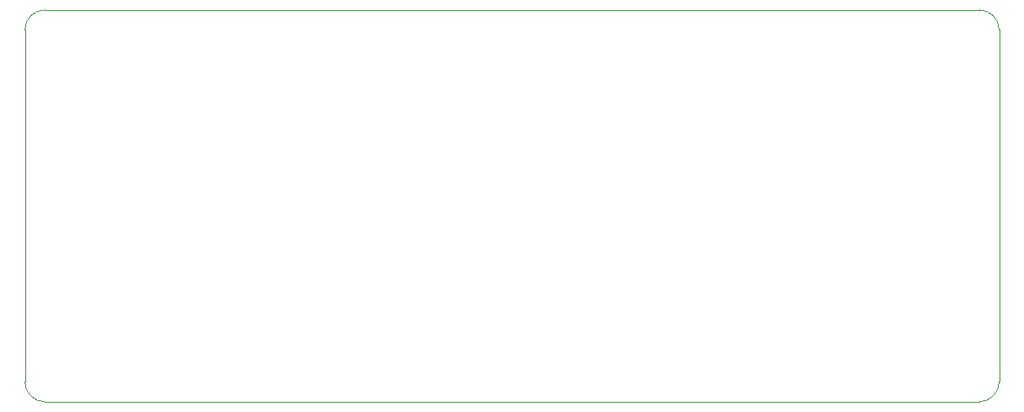
<source format=gbr>
%TF.GenerationSoftware,KiCad,Pcbnew,8.0.0*%
%TF.CreationDate,2024-03-15T14:32:29+09:00*%
%TF.ProjectId,RS485_Converter,52533438-355f-4436-9f6e-766572746572,1.0*%
%TF.SameCoordinates,Original*%
%TF.FileFunction,Profile,NP*%
%FSLAX46Y46*%
G04 Gerber Fmt 4.6, Leading zero omitted, Abs format (unit mm)*
G04 Created by KiCad (PCBNEW 8.0.0) date 2024-03-15 14:32:29*
%MOMM*%
%LPD*%
G01*
G04 APERTURE LIST*
%TA.AperFunction,Profile*%
%ADD10C,0.100000*%
%TD*%
G04 APERTURE END LIST*
D10*
X190500000Y-79470000D02*
X190500000Y-114840000D01*
X188500000Y-77470000D02*
G75*
G02*
X190500000Y-79470000I0J-2000000D01*
G01*
X94710000Y-116840000D02*
G75*
G02*
X92710000Y-114840000I0J2000000D01*
G01*
X94710000Y-77470000D02*
X188500000Y-77470000D01*
X190500000Y-114840000D02*
G75*
G02*
X188500000Y-116840000I-2000000J0D01*
G01*
X188500000Y-116840000D02*
X94710000Y-116840000D01*
X92710000Y-114840000D02*
X92710000Y-79470000D01*
X92710000Y-79470000D02*
G75*
G02*
X94710000Y-77470000I2000000J0D01*
G01*
M02*

</source>
